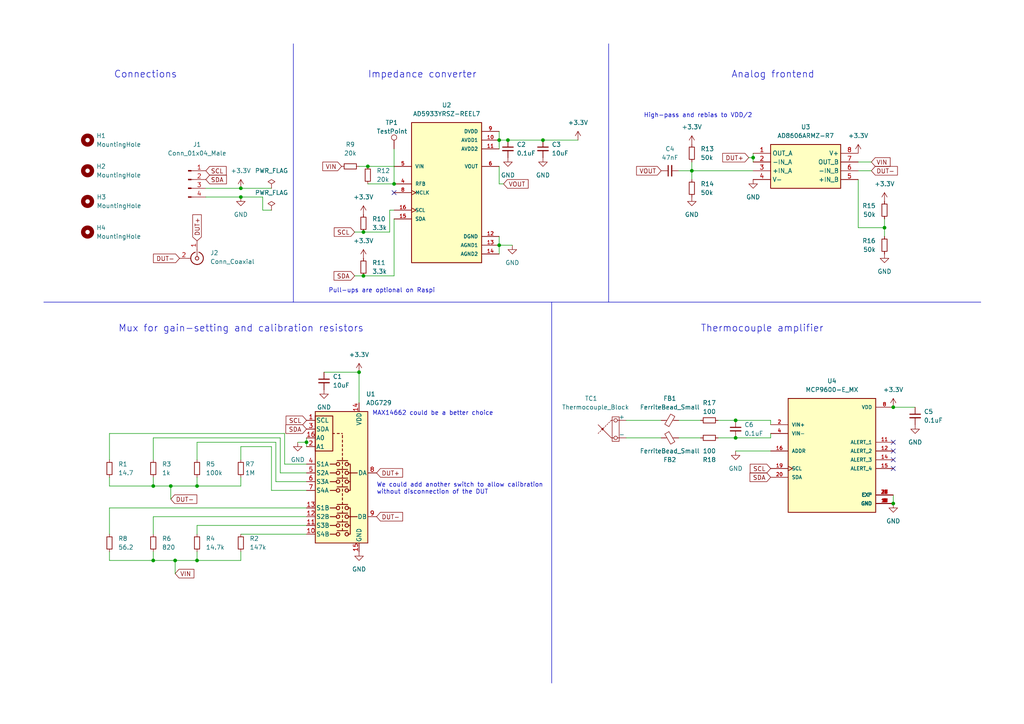
<source format=kicad_sch>
(kicad_sch (version 20250114) (generator "eeschema") (generator_version "9.0")
  (paper "A4")
  (title_block (rev "1.0"))
  (lib_symbols
    (symbol "Analog_Switch:ADG729" (pin_names (offset 0.254))
      (property "Reference" "U" (at -7.62 20.955 0))
      (property "Value" "ADG729" (at -7.62 19.05 0))
      (symbol "ADG729_0_1"
        (rectangle (start -7.62 17.78) (end 7.62 -20.32) (stroke (width 0.254)) (fill (type background)))
        (rectangle (start -7.62 6.35) (end -2.54 16.51) (stroke (width 0.254)))
        (polyline (pts (xy -2.032 11.43) (xy -2.54 11.43)) (stroke (width 0.254)))
        (polyline (pts (xy -1.524 2.54) (xy -3.302 2.54)) (stroke (width 0.254)))
        (polyline (pts (xy -1.524 0) (xy -3.302 0)) (stroke (width 0.254)))
        (polyline (pts (xy -1.524 -2.54) (xy -3.302 -2.54)) (stroke (width 0.254)))
        (polyline (pts (xy -1.524 -5.08) (xy -3.302 -5.08)) (stroke (width 0.254)))
        (polyline (pts (xy -1.524 -10.16) (xy -3.302 -10.16)) (stroke (width 0.254)))
        (polyline (pts (xy -1.524 -12.7) (xy -3.302 -12.7)) (stroke (width 0.254)))
        (polyline (pts (xy -1.524 -15.24) (xy -3.302 -15.24)) (stroke (width 0.254)))
        (polyline (pts (xy -1.524 -17.78) (xy -3.302 -17.78)) (stroke (width 0.254)))
        (polyline (pts (xy -1.27 11.43) (xy -0.635 11.43)) (stroke (width 0.254)))
        (polyline (pts (xy -1.27 3.556) (xy 1.778 3.556)) (stroke (width 0.254)))
        (polyline (pts (xy -1.27 1.016) (xy 1.778 1.016)) (stroke (width 0.254)))
        (polyline (pts (xy -1.27 -1.524) (xy 1.778 -1.524)) (stroke (width 0.254)))
        (polyline (pts (xy -1.27 -4.064) (xy 1.778 -4.064)) (stroke (width 0.254)))
        (polyline (pts (xy -1.27 -9.144) (xy 1.778 -9.144)) (stroke (width 0.254)))
        (polyline (pts (xy -1.27 -11.684) (xy 1.778 -11.684)) (stroke (width 0.254)))
        (polyline (pts (xy -1.27 -14.224) (xy 1.778 -14.224)) (stroke (width 0.254)))
        (polyline (pts (xy -1.27 -16.764) (xy 1.778 -16.764)) (stroke (width 0.254)))
        (circle (center -1.016 2.54) (radius 0.508) (stroke (width 0.254)))
        (circle (center -1.016 0) (radius 0.508) (stroke (width 0.254)))
        (circle (center -1.016 -2.54) (radius 0.508) (stroke (width 0.254)))
        (circle (center -1.016 -5.08) (radius 0.508) (stroke (width 0.254)))
        (circle (center -1.016 -10.16) (radius 0.508) (stroke (width 0.254)))
        (circle (center -1.016 -12.7) (radius 0.508) (stroke (width 0.254)))
        (circle (center -1.016 -15.24) (radius 0.508) (stroke (width 0.254)))
        (circle (center -1.016 -17.78) (radius 0.508) (stroke (width 0.254)))
        (polyline (pts (xy 0.254 11.43) (xy 0 11.43)) (stroke (width 0.254)))
        (polyline (pts (xy 0.254 10.16) (xy 0.254 10.922)) (stroke (width 0.254)))
        (polyline (pts (xy 0.254 8.89) (xy 0.254 9.525)) (stroke (width 0.254)))
        (polyline (pts (xy 0.254 7.62) (xy 0.254 8.255)) (stroke (width 0.254)))
        (polyline (pts (xy 0.254 6.35) (xy 0.254 6.985)) (stroke (width 0.254)))
        (polyline (pts (xy 0.254 5.08) (xy 0.254 5.715)) (stroke (width 0.254)))
        (polyline (pts (xy 0.254 3.81) (xy 0.254 4.445)) (stroke (width 0.254)))
        (polyline (pts (xy 0.254 2.54) (xy 0.254 3.175)) (stroke (width 0.254)))
        (polyline (pts (xy 0.254 1.27) (xy 0.254 1.905)) (stroke (width 0.254)))
        (polyline (pts (xy 0.254 0) (xy 0.254 0.635)) (stroke (width 0.254)))
        (polyline (pts (xy 0.254 -1.27) (xy 0.254 -0.635)) (stroke (width 0.254)))
        (polyline (pts (xy 0.254 -2.54) (xy 0.254 -1.905)) (stroke (width 0.254)))
        (polyline (pts (xy 0.254 -3.81) (xy 0.254 -3.175)) (stroke (width 0.254)))
        (polyline (pts (xy 0.254 -5.334) (xy 0.254 -4.699)) (stroke (width 0.254)))
        (polyline (pts (xy 0.254 -6.604) (xy 0.254 -5.969)) (stroke (width 0.254)))
        (polyline (pts (xy 0.254 -7.874) (xy 0.254 -7.239)) (stroke (width 0.254)))
        (polyline (pts (xy 0.254 -9.144) (xy 0.254 -8.509)) (stroke (width 0.254)))
        (polyline (pts (xy 0.254 -10.414) (xy 0.254 -9.779)) (stroke (width 0.254)))
        (polyline (pts (xy 0.254 -11.684) (xy 0.254 -11.049)) (stroke (width 0.254)))
        (polyline (pts (xy 0.254 -12.954) (xy 0.254 -12.319)) (stroke (width 0.254)))
        (polyline (pts (xy 0.254 -14.224) (xy 0.254 -13.589)) (stroke (width 0.254)))
        (polyline (pts (xy 0.254 -15.494) (xy 0.254 -14.859)) (stroke (width 0.254)))
        (polyline (pts (xy 0.254 -16.764) (xy 0.254 -16.129)) (stroke (width 0.254)))
        (circle (center 1.524 2.54) (radius 0.508) (stroke (width 0.254)))
        (circle (center 1.524 0) (radius 0.508) (stroke (width 0.254)))
        (circle (center 1.524 -2.54) (radius 0.508) (stroke (width 0.254)))
        (circle (center 1.524 -5.08) (radius 0.508) (stroke (width 0.254)))
        (circle (center 1.524 -10.16) (radius 0.508) (stroke (width 0.254)))
        (circle (center 1.524 -12.7) (radius 0.508) (stroke (width 0.254)))
        (circle (center 1.524 -15.24) (radius 0.508) (stroke (width 0.254)))
        (circle (center 1.524 -17.78) (radius 0.508) (stroke (width 0.254)))
        (polyline (pts (xy 1.905 -5.08) (xy 2.54 -5.08) (xy 2.54 2.54) (xy 1.905 2.54)) (stroke (width 0.254)))
        (polyline (pts (xy 1.905 -10.16) (xy 2.54 -10.16) (xy 2.54 -17.78) (xy 1.905 -17.78)) (stroke (width 0.254)))
        (polyline (pts (xy 2.032 0) (xy 2.54 0)) (stroke (width 0.254)))
        (polyline (pts (xy 2.032 -2.54) (xy 2.54 -2.54)) (stroke (width 0.254)))
        (polyline (pts (xy 2.032 -12.7) (xy 2.54 -12.7)) (stroke (width 0.254)))
        (polyline (pts (xy 2.032 -15.24) (xy 2.54 -15.24)) (stroke (width 0.254)))
        (polyline (pts (xy 2.54 0) (xy 4.572 0)) (stroke (width 0.254)))
        (polyline (pts (xy 4.572 -12.7) (xy 2.54 -12.7)) (stroke (width 0.254)))
      )
      (symbol "ADG729_1_1"
        (pin input line (at -10.16 15.24 0) (length 2.54) (name "SCL") (number "1"))
        (pin bidirectional line (at -10.16 12.7 0) (length 2.54) (name "SDA") (number "3"))
        (pin input line (at -10.16 10.16 0) (length 2.54) (name "A0") (number "16"))
        (pin input line (at -10.16 7.62 0) (length 2.54) (name "A1") (number "2"))
        (pin bidirectional line (at -10.16 2.54 0) (length 2.54) (name "S1A") (number "4"))
        (pin bidirectional line (at -10.16 0 0) (length 2.54) (name "S2A") (number "5"))
        (pin bidirectional line (at -10.16 -2.54 0) (length 2.54) (name "S3A") (number "6"))
        (pin bidirectional line (at -10.16 -5.08 0) (length 2.54) (name "S4A") (number "7"))
        (pin bidirectional line (at -10.16 -10.16 0) (length 2.54) (name "S1B") (number "13"))
        (pin bidirectional line (at -10.16 -12.7 0) (length 2.54) (name "S2B") (number "12"))
        (pin bidirectional line (at -10.16 -15.24 0) (length 2.54) (name "S3B") (number "11"))
        (pin bidirectional line (at -10.16 -17.78 0) (length 2.54) (name "S4B") (number "10"))
        (pin power_in line (at 5.08 20.32 270) (length 2.54) (name "VDD") (number "14"))
        (pin power_in line (at 5.08 -22.86 90) (length 2.54) (name "GND") (number "15"))
        (pin bidirectional line (at 10.16 0 180) (length 2.54) (name "DA") (number "8"))
        (pin bidirectional line (at 10.16 -12.7 180) (length 2.54) (name "DB") (number "9"))
      )
    )
    (symbol "Connector:Conn_01x04_Pin" (pin_names (offset 1.016) (hide yes))
      (property "Reference" "J" (at 0 5.08 0))
      (property "Value" "Conn_01x04_Pin" (at 0 -7.62 0))
      (symbol "Conn_01x04_Pin_1_1"
        (rectangle (start 0.8636 2.667) (end 0 2.413) (stroke (width 0.1524)) (fill (type outline)))
        (rectangle (start 0.8636 0.127) (end 0 -0.127) (stroke (width 0.1524)) (fill (type outline)))
        (rectangle (start 0.8636 -2.413) (end 0 -2.667) (stroke (width 0.1524)) (fill (type outline)))
        (rectangle (start 0.8636 -4.953) (end 0 -5.207) (stroke (width 0.1524)) (fill (type outline)))
        (polyline (pts (xy 1.27 2.54) (xy 0.8636 2.54)) (stroke (width 0.1524)))
        (polyline (pts (xy 1.27 0) (xy 0.8636 0)) (stroke (width 0.1524)))
        (polyline (pts (xy 1.27 -2.54) (xy 0.8636 -2.54)) (stroke (width 0.1524)))
        (polyline (pts (xy 1.27 -5.08) (xy 0.8636 -5.08)) (stroke (width 0.1524)))
        (pin passive line (at 5.08 2.54 180) (length 3.81) (name "Pin_1") (number "1"))
        (pin passive line (at 5.08 0 180) (length 3.81) (name "Pin_2") (number "2"))
        (pin passive line (at 5.08 -2.54 180) (length 3.81) (name "Pin_3") (number "3"))
        (pin passive line (at 5.08 -5.08 180) (length 3.81) (name "Pin_4") (number "4"))
      )
    )
    (symbol "Connector:Conn_Coaxial" (pin_names (offset 1.016) (hide yes))
      (property "Reference" "J" (at 0.254 3.048 0))
      (property "Value" "Conn_Coaxial" (at 2.921 0 90))
      (symbol "Conn_Coaxial_0_1"
        (polyline (pts (xy -2.54 0) (xy -0.508 0)))
        (arc (start 1.778 0) (mid 0.222 -1.8079) (end -1.778 -0.508) (stroke (width 0.254)))
        (arc (start -1.778 0.508) (mid 0.2221 1.8084) (end 1.778 0) (stroke (width 0.254)))
        (circle (center 0 0) (radius 0.508) (stroke (width 0.2032)))
        (polyline (pts (xy 0 -2.54) (xy 0 -1.778)))
      )
      (symbol "Conn_Coaxial_1_1"
        (pin passive line (at -5.08 0 0) (length 2.54) (name "In") (number "1"))
        (pin passive line (at 0 -5.08 90) (length 2.54) (name "Ext") (number "2"))
      )
    )
    (symbol "Connector:TestPoint" (pin_numbers (hide yes)) (pin_names (offset 0.762) (hide yes))
      (property "Reference" "TP" (at 0 6.858 0))
      (property "Value" "TestPoint" (at 0 5.08 0))
      (symbol "TestPoint_0_1"
        (circle (center 0 3.302) (radius 0.762))
      )
      (symbol "TestPoint_1_1"
        (pin passive line (at 0 0 90) (length 2.54) (name "1") (number "1"))
      )
    )
    (symbol "Device:C_Small" (pin_numbers (hide yes)) (pin_names (offset 0.254) (hide yes))
      (property "Reference" "C" (at 0.254 1.778 0))
      (property "Value" "C_Small" (at 0.254 -2.032 0))
      (symbol "C_Small_0_1"
        (polyline (pts (xy -1.524 0.508) (xy 1.524 0.508)) (stroke (width 0.3048)))
        (polyline (pts (xy -1.524 -0.508) (xy 1.524 -0.508)) (stroke (width 0.3302)))
      )
      (symbol "C_Small_1_1"
        (pin passive line (at 0 2.54 270) (length 2.032) (name "~") (number "1"))
        (pin passive line (at 0 -2.54 90) (length 2.032) (name "~") (number "2"))
      )
    )
    (symbol "Device:FerriteBead_Small" (pin_numbers (hide yes)) (pin_names (offset 0))
      (property "Reference" "FB" (at 1.905 1.27 0))
      (property "Value" "FerriteBead_Small" (at 1.905 -1.27 0))
      (symbol "FerriteBead_Small_0_1"
        (polyline (pts (xy -1.8288 0.2794) (xy -1.1176 1.4986) (xy 1.8288 -0.2032) (xy 1.1176 -1.4224) (xy -1.8288 0.2794)))
        (polyline (pts (xy 0 0.889) (xy 0 1.2954)))
        (polyline (pts (xy 0 -1.27) (xy 0 -0.7874)))
      )
      (symbol "FerriteBead_Small_1_1"
        (pin passive line (at 0 2.54 270) (length 1.27) (name "~") (number "1"))
        (pin passive line (at 0 -2.54 90) (length 1.27) (name "~") (number "2"))
      )
    )
    (symbol "Device:R_Small" (pin_numbers (hide yes)) (pin_names (offset 0.254) (hide yes))
      (property "Reference" "R" (at 0.762 0.508 0))
      (property "Value" "R_Small" (at 0.762 -1.016 0))
      (symbol "R_Small_0_1"
        (rectangle (start -0.762 1.778) (end 0.762 -1.778) (stroke (width 0.2032)))
      )
      (symbol "R_Small_1_1"
        (pin passive line (at 0 2.54 270) (length 0.762) (name "~") (number "1"))
        (pin passive line (at 0 -2.54 90) (length 0.762) (name "~") (number "2"))
      )
    )
    (symbol "Device:Thermocouple_Block" (pin_numbers (hide yes)) (pin_names (offset 0))
      (property "Reference" "TC" (at -3.048 3.81 0))
      (property "Value" "Thermocouple_Block" (at -5.08 -4.064 0))
      (symbol "Thermocouple_Block_0_1"
        (polyline (pts (xy -2.794 -1.016) (xy -3.048 -1.27)))
        (polyline (pts (xy -2.286 -0.508) (xy -2.54 -0.762)))
        (circle (center -1.778 0) (radius 0.254) (fill (type outline)))
        (polyline (pts (xy -1.778 0) (xy -2.032 -0.254)))
        (polyline (pts (xy -1.27 0.508) (xy -1.524 0.254)))
        (polyline (pts (xy -0.762 1.016) (xy -1.016 0.762)))
        (polyline (pts (xy -0.254 1.524) (xy -0.508 1.27)))
        (polyline (pts (xy 0.254 2.032) (xy 0 1.778)))
        (polyline (pts (xy 0.762 2.54) (xy 0.508 2.286)))
        (rectangle (start 1.016 3.556) (end 3.048 -3.556))
        (polyline (pts (xy 1.27 2.54) (xy 0.762 2.54)))
        (polyline (pts (xy 1.27 -2.54) (xy 1.016 -2.54)))
        (polyline (pts (xy 1.524 -2.54) (xy 0.762 -2.54) (xy -3.048 1.27)))
        (circle (center 2.032 2.54) (radius 0.508))
        (circle (center 2.032 -2.54) (radius 0.508))
      )
      (symbol "Thermocouple_Block_1_1"
        (pin passive line (at 5.08 2.54 180) (length 2.54) (name "+") (number "1"))
        (pin passive line (at 5.08 -2.54 180) (length 2.54) (name "-") (number "2"))
      )
    )
    (symbol "Mechanical:MountingHole" (pin_names (offset 1.016))
      (property "Reference" "H" (at 0 5.08 0))
      (property "Value" "MountingHole" (at 0 3.175 0))
      (symbol "MountingHole_0_1"
        (circle (center 0 0) (radius 1.27) (stroke (width 1.27)))
      )
    )
    (symbol "_User:AD5933YRSZ-REEL7" (pin_names (offset 1.016))
      (property "Reference" "U" (at -10.1704 20.8493 0))
      (property "Value" "AD5933YRSZ-REEL7" (at -10.1686 -22.8794 0))
      (symbol "AD5933YRSZ-REEL7_0_0"
        (rectangle (start -10.16 -20.32) (end 10.16 20.32) (stroke (width 0.254)) (fill (type background)))
        (pin input line (at -15.24 7.62 0) (length 5.08) (name "VIN") (number "5"))
        (pin input line (at -15.24 2.54 0) (length 5.08) (name "RFB") (number "4"))
        (pin input clock (at -15.24 0 0) (length 5.08) (name "MCLK") (number "8"))
        (pin input clock (at -15.24 -5.08 0) (length 5.08) (name "SCL") (number "16"))
        (pin bidirectional line (at -15.24 -7.62 0) (length 5.08) (name "SDA") (number "15"))
        (pin power_in line (at 15.24 17.78 180) (length 5.08) (name "DVDD") (number "9"))
        (pin power_in line (at 15.24 15.24 180) (length 5.08) (name "AVDD1") (number "10"))
        (pin power_in line (at 15.24 12.7 180) (length 5.08) (name "AVDD2") (number "11"))
        (pin output line (at 15.24 7.62 180) (length 5.08) (name "VOUT") (number "6"))
        (pin power_in line (at 15.24 -12.7 180) (length 5.08) (name "DGND") (number "12"))
        (pin power_in line (at 15.24 -15.24 180) (length 5.08) (name "AGND1") (number "13"))
        (pin power_in line (at 15.24 -17.78 180) (length 5.08) (name "AGND2") (number "14"))
      )
    )
    (symbol "_User:AD8606ARMZ-R7"
      (property "Reference" "U" (at 0 0 0))
      (property "Value" "AD8606ARMZ-R7" (at 0 0 0))
      (symbol "AD8606ARMZ-R7_1_1"
        (rectangle (start 5.08 2.54) (end 25.4 -10.16) (stroke (width 0.254)) (fill (type background)))
        (pin passive line (at 0 0 0) (length 5.08) (name "OUT_A") (number "1"))
        (pin passive line (at 0 -2.54 0) (length 5.08) (name "-IN_A") (number "2"))
        (pin passive line (at 0 -5.08 0) (length 5.08) (name "+IN_A") (number "3"))
        (pin passive line (at 0 -7.62 0) (length 5.08) (name "V-") (number "4"))
        (pin passive line (at 30.48 0 180) (length 5.08) (name "V+") (number "8"))
        (pin passive line (at 30.48 -2.54 180) (length 5.08) (name "OUT_B") (number "7"))
        (pin passive line (at 30.48 -5.08 180) (length 5.08) (name "-IN_B") (number "6"))
        (pin passive line (at 30.48 -7.62 180) (length 5.08) (name "+IN_B") (number "5"))
      )
    )
    (symbol "_User:MCP9600-E_MX" (pin_names (offset 1.016))
      (property "Reference" "U" (at -12.7 19.05 0))
      (property "Value" "MCP9600-E_MX" (at -12.7 -16.51 0))
      (symbol "MCP9600-E_MX_0_0"
        (rectangle (start -12.7 -15.24) (end 12.7 17.78) (stroke (width 0.254)) (fill (type background)))
        (pin input line (at -17.78 10.16 0) (length 5.08) (name "VIN+") (number "2"))
        (pin input line (at -17.78 7.62 0) (length 5.08) (name "VIN-") (number "4"))
        (pin input line (at -17.78 2.54 0) (length 5.08) (name "ADDR") (number "16"))
        (pin input clock (at -17.78 -2.54 0) (length 5.08) (name "SCL") (number "19"))
        (pin bidirectional line (at -17.78 -5.08 0) (length 5.08) (name "SDA") (number "20"))
        (pin power_in line (at 17.78 15.24 180) (length 5.08) (name "VDD") (number "8"))
        (pin output line (at 17.78 5.08 180) (length 5.08) (name "ALERT_1") (number "11"))
        (pin output line (at 17.78 2.54 180) (length 5.08) (name "ALERT_2") (number "12"))
        (pin output line (at 17.78 0 180) (length 5.08) (name "ALERT_3") (number "14"))
        (pin output line (at 17.78 -2.54 180) (length 5.08) (name "ALERT_4") (number "15"))
        (pin power_in line (at 17.78 -10.16 180) (length 5.08) (name "EXP") (number "21"))
        (pin power_in line (at 17.78 -10.16 180) (length 5.08) (name "EXP") (number "22"))
        (pin power_in line (at 17.78 -10.16 180) (length 5.08) (name "EXP") (number "23"))
        (pin power_in line (at 17.78 -10.16 180) (length 5.08) (name "EXP") (number "24"))
        (pin power_in line (at 17.78 -10.16 180) (length 5.08) (name "EXP") (number "25"))
        (pin power_in line (at 17.78 -10.16 180) (length 5.08) (name "EXP") (number "26"))
        (pin power_in line (at 17.78 -10.16 180) (length 5.08) (name "EXP") (number "27"))
        (pin power_in line (at 17.78 -10.16 180) (length 5.08) (name "EXP") (number "28"))
        (pin power_in line (at 17.78 -10.16 180) (length 5.08) (name "EXP") (number "29"))
        (pin power_in line (at 17.78 -10.16 180) (length 5.08) (name "EXP") (number "30"))
        (pin power_in line (at 17.78 -12.7 180) (length 5.08) (name "GND") (number "1"))
        (pin power_in line (at 17.78 -12.7 180) (length 5.08) (name "GND") (number "10"))
        (pin power_in line (at 17.78 -12.7 180) (length 5.08) (name "GND") (number "13"))
        (pin power_in line (at 17.78 -12.7 180) (length 5.08) (name "GND") (number "17"))
        (pin power_in line (at 17.78 -12.7 180) (length 5.08) (name "GND") (number "18"))
        (pin power_in line (at 17.78 -12.7 180) (length 5.08) (name "GND") (number "3"))
        (pin power_in line (at 17.78 -12.7 180) (length 5.08) (name "GND") (number "5"))
        (pin power_in line (at 17.78 -12.7 180) (length 5.08) (name "GND") (number "6"))
        (pin power_in line (at 17.78 -12.7 180) (length 5.08) (name "GND") (number "7"))
        (pin power_in line (at 17.78 -12.7 180) (length 5.08) (name "GND") (number "9"))
      )
    )
    (symbol "power:+3.3V" (power) (pin_names (offset 0))
      (property "Value" "+3.3V" (at 0 3.556 0))
      (symbol "+3.3V_0_1"
        (polyline (pts (xy -0.762 1.27) (xy 0 2.54)))
        (polyline (pts (xy 0 2.54) (xy 0.762 1.27)))
        (polyline (pts (xy 0 0) (xy 0 2.54)))
      )
      (symbol "+3.3V_1_1"
        (pin power_in line (at 0 0 90) (length 0) (hide yes) (name "+3.3V") (number "1"))
      )
    )
    (symbol "power:GND" (power) (pin_names (offset 0))
      (property "Value" "GND" (at 0 -3.81 0))
      (symbol "GND_0_1"
        (polyline (pts (xy 0 0) (xy 0 -1.27) (xy 1.27 -1.27) (xy 0 -2.54) (xy -1.27 -1.27) (xy 0 -1.27)))
      )
      (symbol "GND_1_1"
        (pin power_in line (at 0 0 270) (length 0) (hide yes) (name "GND") (number "1"))
      )
    )
    (symbol "power:PWR_FLAG" (power) (pin_numbers (hide yes)) (pin_names (offset 0) (hide yes))
      (property "Value" "PWR_FLAG" (at 0 3.81 0))
      (symbol "PWR_FLAG_0_0"
        (pin power_out line (at 0 0 90) (length 0) (name "pwr") (number "1"))
      )
      (symbol "PWR_FLAG_0_1"
        (polyline (pts (xy 0 0) (xy 0 1.27) (xy -1.016 1.905) (xy 0 2.54) (xy 1.016 1.905) (xy 0 1.27)))
      )
    )
  )
  (text "Mux for gain-setting and calibration resistors" (at 34.29 96.52 0) (effects (font (size 2 2)) (justify left bottom)))
  (text "MAX14662 could be a better choice" (at 107.95 120.65 0) (effects (font (size 1.27 1.27)) (justify left bottom)))
  (text "Pull-ups are optional on Raspi" (at 95.25 85.09 0) (effects (font (size 1.27 1.27)) (justify left bottom)))
  (text "Thermocouple amplifier" (at 203.2 96.52 0) (effects (font (size 2 2)) (justify left bottom)))
  (text "High-pass and rebias to VDD/2" (at 186.69 34.29 0) (effects (font (size 1.27 1.27)) (justify left bottom)))
  (text "We could add another switch to allow calibration\nwithout disconnection of the DUT\n" (at 109.22 143.51 0) (effects (font (size 1.27 1.27)) (justify left bottom)))
  (text "Analog frontend" (at 212.09 22.86 0) (effects (font (size 2 2)) (justify left bottom)))
  (text "Impedance converter" (at 106.68 22.86 0) (effects (font (size 2 2)) (justify left bottom)))
  (text "Connections" (at 33.02 22.86 0) (effects (font (size 2 2)) (justify left bottom)))
  (junction (at 218.44 45.72))
  (junction (at 106.68 48.26))
  (junction (at 200.66 49.53))
  (junction (at 50.8 162.56))
  (junction (at 104.14 107.95))
  (junction (at 105.41 67.31))
  (junction (at 44.45 140.97))
  (junction (at 114.3 53.34))
  (junction (at 88.9 128.27))
  (junction (at 57.15 140.97))
  (junction (at 213.36 121.92))
  (junction (at 157.48 40.64))
  (junction (at 147.32 40.64))
  (junction (at 213.36 127))
  (junction (at 69.85 54.61))
  (junction (at 256.54 66.04))
  (junction (at 57.15 162.56))
  (junction (at 259.08 118.11))
  (junction (at 144.78 40.64))
  (junction (at 49.53 140.97))
  (junction (at 144.78 71.12))
  (junction (at 69.85 57.15))
  (junction (at 259.08 146.05))
  (junction (at 44.45 162.56))
  (junction (at 105.41 80.01))
  (no_connect (at 114.3 55.88))
  (no_connect (at 259.08 128.27))
  (no_connect (at 259.08 135.89))
  (no_connect (at 259.08 130.81))
  (no_connect (at 259.08 133.35))
  (wire (pts (xy 76.2 57.15) (xy 76.2 60.96)))
  (wire (pts (xy 57.15 128.27) (xy 57.15 133.35)))
  (wire (pts (xy 114.3 63.5) (xy 114.3 80.01)))
  (wire (pts (xy 114.3 80.01) (xy 105.41 80.01)))
  (wire (pts (xy 259.08 143.51) (xy 259.08 146.05)))
  (wire (pts (xy 114.3 60.96) (xy 113.03 60.96)))
  (wire (pts (xy 106.68 48.26) (xy 114.3 48.26)))
  (wire (pts (xy 76.2 60.96) (xy 78.74 60.96)))
  (wire (pts (xy 113.03 60.96) (xy 113.03 67.31)))
  (wire (pts (xy 69.85 57.15) (xy 76.2 57.15)))
  (wire (pts (xy 104.14 48.26) (xy 106.68 48.26)))
  (wire (pts (xy 217.17 45.72) (xy 218.44 45.72)))
  (wire (pts (xy 57.15 152.4) (xy 57.15 154.94)))
  (wire (pts (xy 196.85 49.53) (xy 200.66 49.53)))
  (wire (pts (xy 44.45 162.56) (xy 50.8 162.56)))
  (wire (pts (xy 80.01 139.7) (xy 80.01 128.27)))
  (wire (pts (xy 196.85 121.92) (xy 203.2 121.92)))
  (wire (pts (xy 82.55 134.62) (xy 82.55 125.73)))
  (wire (pts (xy 31.75 147.32) (xy 31.75 154.94)))
  (wire (pts (xy 49.53 140.97) (xy 49.53 144.78)))
  (wire (pts (xy 196.85 127) (xy 203.2 127)))
  (wire (pts (xy 256.54 66.04) (xy 256.54 68.58)))
  (wire (pts (xy 248.92 46.99) (xy 252.73 46.99)))
  (wire (pts (xy 144.78 71.12) (xy 148.59 71.12)))
  (wire (pts (xy 102.87 67.31) (xy 105.41 67.31)))
  (wire (pts (xy 113.03 67.31) (xy 105.41 67.31)))
  (wire (pts (xy 256.54 66.04) (xy 248.92 66.04)))
  (wire (pts (xy 57.15 162.56) (xy 69.85 162.56)))
  (wire (pts (xy 213.36 127) (xy 223.52 127)))
  (wire (pts (xy 44.45 138.43) (xy 44.45 140.97)))
  (wire (pts (xy 31.75 160.02) (xy 31.75 162.56)))
  (wire (pts (xy 49.53 140.97) (xy 57.15 140.97)))
  (wire (pts (xy 78.74 142.24) (xy 88.9 142.24)))
  (wire (pts (xy 44.45 160.02) (xy 44.45 162.56)))
  (polyline (pts (xy 12.7 87.63) (xy 284.48 87.63)))
  (wire (pts (xy 88.9 152.4) (xy 57.15 152.4)))
  (wire (pts (xy 144.78 38.1) (xy 144.78 40.64)))
  (wire (pts (xy 50.8 162.56) (xy 50.8 166.37)))
  (wire (pts (xy 218.44 45.72) (xy 218.44 46.99)))
  (wire (pts (xy 208.28 127) (xy 213.36 127)))
  (wire (pts (xy 144.78 71.12) (xy 144.78 73.66)))
  (wire (pts (xy 44.45 133.35) (xy 44.45 127)))
  (wire (pts (xy 181.61 121.92) (xy 191.77 121.92)))
  (wire (pts (xy 59.69 57.15) (xy 69.85 57.15)))
  (wire (pts (xy 31.75 125.73) (xy 31.75 133.35)))
  (wire (pts (xy 144.78 68.58) (xy 144.78 71.12)))
  (wire (pts (xy 78.74 129.54) (xy 78.74 142.24)))
  (wire (pts (xy 69.85 154.94) (xy 88.9 154.94)))
  (wire (pts (xy 31.75 162.56) (xy 44.45 162.56)))
  (wire (pts (xy 88.9 139.7) (xy 80.01 139.7)))
  (wire (pts (xy 265.43 118.11) (xy 259.08 118.11)))
  (wire (pts (xy 88.9 147.32) (xy 31.75 147.32)))
  (wire (pts (xy 213.36 121.92) (xy 208.28 121.92)))
  (wire (pts (xy 256.54 63.5) (xy 256.54 66.04)))
  (wire (pts (xy 31.75 138.43) (xy 31.75 140.97)))
  (wire (pts (xy 31.75 140.97) (xy 44.45 140.97)))
  (wire (pts (xy 106.68 53.34) (xy 114.3 53.34)))
  (wire (pts (xy 88.9 128.27) (xy 88.9 129.54)))
  (wire (pts (xy 104.14 107.95) (xy 104.14 116.84)))
  (wire (pts (xy 69.85 162.56) (xy 69.85 160.02)))
  (wire (pts (xy 102.87 80.01) (xy 105.41 80.01)))
  (wire (pts (xy 248.92 52.07) (xy 248.92 66.04)))
  (wire (pts (xy 81.28 137.16) (xy 88.9 137.16)))
  (wire (pts (xy 86.36 128.27) (xy 88.9 128.27)))
  (wire (pts (xy 200.66 49.53) (xy 218.44 49.53)))
  (wire (pts (xy 144.78 40.64) (xy 144.78 43.18)))
  (wire (pts (xy 81.28 127) (xy 81.28 137.16)))
  (wire (pts (xy 144.78 53.34) (xy 146.05 53.34)))
  (wire (pts (xy 69.85 138.43) (xy 69.85 140.97)))
  (polyline (pts (xy 85.09 12.7) (xy 85.09 87.63)))
  (wire (pts (xy 88.9 127) (xy 88.9 128.27)))
  (wire (pts (xy 200.66 49.53) (xy 200.66 52.07)))
  (wire (pts (xy 223.52 121.92) (xy 223.52 123.19)))
  (wire (pts (xy 88.9 134.62) (xy 82.55 134.62)))
  (wire (pts (xy 44.45 154.94) (xy 44.45 149.86)))
  (wire (pts (xy 50.8 162.56) (xy 57.15 162.56)))
  (wire (pts (xy 69.85 133.35) (xy 69.85 129.54)))
  (wire (pts (xy 57.15 138.43) (xy 57.15 140.97)))
  (polyline (pts (xy 160.02 87.63) (xy 160.02 198.12)))
  (wire (pts (xy 181.61 127) (xy 191.77 127)))
  (wire (pts (xy 144.78 40.64) (xy 147.32 40.64)))
  (polyline (pts (xy 176.53 12.7) (xy 176.53 87.63)))
  (wire (pts (xy 157.48 40.64) (xy 167.64 40.64)))
  (wire (pts (xy 248.92 49.53) (xy 252.73 49.53)))
  (wire (pts (xy 218.44 44.45) (xy 218.44 45.72)))
  (wire (pts (xy 80.01 128.27) (xy 57.15 128.27)))
  (wire (pts (xy 69.85 54.61) (xy 78.74 54.61)))
  (wire (pts (xy 31.75 125.73) (xy 82.55 125.73)))
  (wire (pts (xy 59.69 54.61) (xy 69.85 54.61)))
  (wire (pts (xy 44.45 149.86) (xy 88.9 149.86)))
  (wire (pts (xy 147.32 40.64) (xy 157.48 40.64)))
  (wire (pts (xy 200.66 49.53) (xy 200.66 46.99)))
  (wire (pts (xy 213.36 121.92) (xy 223.52 121.92)))
  (wire (pts (xy 213.36 130.81) (xy 223.52 130.81)))
  (wire (pts (xy 93.98 107.95) (xy 104.14 107.95)))
  (wire (pts (xy 44.45 127) (xy 81.28 127)))
  (wire (pts (xy 57.15 140.97) (xy 69.85 140.97)))
  (wire (pts (xy 44.45 140.97) (xy 49.53 140.97)))
  (wire (pts (xy 57.15 160.02) (xy 57.15 162.56)))
  (wire (pts (xy 223.52 127) (xy 223.52 125.73)))
  (wire (pts (xy 69.85 129.54) (xy 78.74 129.54)))
  (wire (pts (xy 144.78 48.26) (xy 144.78 53.34)))
  (wire (pts (xy 114.3 43.18) (xy 114.3 53.34)))
  (global_label "SCL" (shape input) (at 59.69 49.53 0) (property "Intersheetrefs" "${INTERSHEET_REFS}" (effects (hide yes))))
  (global_label "DUT+" (shape input) (at 57.15 69.85 90) (property "Intersheetrefs" "${INTERSHEET_REFS}" (effects (hide yes))))
  (global_label "VOUT" (shape input) (at 191.77 49.53 180) (property "Intersheetrefs" "${INTERSHEET_REFS}" (effects (hide yes))))
  (global_label "DUT-" (shape input) (at 49.53 144.78 0) (property "Intersheetrefs" "${INTERSHEET_REFS}" (effects (hide yes))))
  (global_label "SCL" (shape input) (at 223.52 135.89 180) (property "Intersheetrefs" "${INTERSHEET_REFS}" (effects (hide yes))))
  (global_label "SDA" (shape input) (at 223.52 138.43 180) (property "Intersheetrefs" "${INTERSHEET_REFS}" (effects (hide yes))))
  (global_label "DUT-" (shape input) (at 109.22 149.86 0) (property "Intersheetrefs" "${INTERSHEET_REFS}" (effects (hide yes))))
  (global_label "VIN" (shape input) (at 50.8 166.37 0) (property "Intersheetrefs" "${INTERSHEET_REFS}" (effects (hide yes))))
  (global_label "DUT-" (shape input) (at 52.07 74.93 180) (property "Intersheetrefs" "${INTERSHEET_REFS}" (effects (hide yes))))
  (global_label "VIN" (shape input) (at 99.06 48.26 180) (property "Intersheetrefs" "${INTERSHEET_REFS}" (effects (hide yes))))
  (global_label "VOUT" (shape input) (at 146.05 53.34 0) (property "Intersheetrefs" "${INTERSHEET_REFS}" (effects (hide yes))))
  (global_label "DUT+" (shape input) (at 109.22 137.16 0) (property "Intersheetrefs" "${INTERSHEET_REFS}" (effects (hide yes))))
  (global_label "SDA" (shape input) (at 88.9 124.46 180) (property "Intersheetrefs" "${INTERSHEET_REFS}" (effects (hide yes))))
  (global_label "DUT-" (shape input) (at 252.73 49.53 0) (property "Intersheetrefs" "${INTERSHEET_REFS}" (effects (hide yes))))
  (global_label "VIN" (shape input) (at 252.73 46.99 0) (property "Intersheetrefs" "${INTERSHEET_REFS}" (effects (hide yes))))
  (global_label "SDA" (shape input) (at 59.69 52.07 0) (property "Intersheetrefs" "${INTERSHEET_REFS}" (effects (hide yes))))
  (global_label "SCL" (shape input) (at 102.87 67.31 180) (property "Intersheetrefs" "${INTERSHEET_REFS}" (effects (hide yes))))
  (global_label "SDA" (shape input) (at 102.87 80.01 180) (property "Intersheetrefs" "${INTERSHEET_REFS}" (effects (hide yes))))
  (global_label "SCL" (shape input) (at 88.9 121.92 180) (property "Intersheetrefs" "${INTERSHEET_REFS}" (effects (hide yes))))
  (global_label "DUT+" (shape input) (at 217.17 45.72 180) (property "Intersheetrefs" "${INTERSHEET_REFS}" (effects (hide yes))))
  (symbol (lib_id "power:+3.3V") (at 248.92 44.45 0) (unit 1)
    (property "Reference" "#PWR016" (effects (hide yes)))
    (property "Value" "+3.3V" (at 248.92 39.37 0))
  )
  (symbol (lib_id "Device:C_Small") (at 265.43 120.65 0) (mirror y) (unit 1)
    (property "Reference" "C5" (at 267.97 119.3863 0) (effects (justify right)))
    (property "Value" "0.1uF" (at 267.97 121.9263 0) (effects (justify right)))
    (property "Footprint" "Capacitor_SMD:C_0603_1608Metric" (effects (hide yes)))
  )
  (symbol (lib_id "Device:R_Small") (at 69.85 157.48 0) (unit 1)
    (property "Reference" "R2" (at 72.39 156.21 0) (effects (justify left)))
    (property "Value" "147k" (at 72.39 158.75 0) (effects (justify left)))
    (property "Footprint" "Resistor_SMD:R_0603_1608Metric" (effects (hide yes)))
  )
  (symbol (lib_id "power:GND") (at 148.59 71.12 0) (unit 1)
    (property "Reference" "#PWR010" (effects (hide yes)))
    (property "Value" "GND" (at 148.59 76.2 0))
  )
  (symbol (lib_id "Connector:TestPoint") (at 114.3 43.18 0) (unit 1) (in_bom no)
    (property "Reference" "TP1" (at 111.76 35.56 0) (effects (justify left)))
    (property "Value" "TestPoint" (at 109.22 38.1 0) (effects (justify left)))
    (property "Footprint" "TestPoint:TestPoint_Pad_D1.5mm" (effects (hide yes)))
  )
  (symbol (lib_id "Device:C_Small") (at 147.32 43.18 0) (unit 1)
    (property "Reference" "C2" (at 149.86 41.9162 0) (effects (justify left)))
    (property "Value" "0.1uF" (at 149.86 44.4562 0) (effects (justify left)))
    (property "Footprint" "Capacitor_SMD:C_0603_1608Metric" (effects (hide yes)))
  )
  (symbol (lib_id "Device:R_Small") (at 205.74 121.92 90) (mirror x) (unit 1)
    (property "Reference" "R17" (at 205.74 116.84 90))
    (property "Value" "100" (at 205.74 119.38 90))
    (property "Footprint" "Resistor_SMD:R_0603_1608Metric" (effects (hide yes)))
  )
  (symbol (lib_id "power:+3.3V") (at 105.41 62.23 0) (unit 1)
    (property "Reference" "#PWR07" (effects (hide yes)))
    (property "Value" "+3.3V" (at 105.41 57.15 0))
  )
  (symbol (lib_id "Device:FerriteBead_Small") (at 194.31 127 90) (mirror x) (unit 1)
    (property "Reference" "FB2" (at 194.2719 133.35 90))
    (property "Value" "FerriteBead_Small" (at 194.2719 130.81 90))
    (property "Footprint" "Inductor_SMD:L_0603_1608Metric" (effects (hide yes)))
    (property "MPN" "C1002" (effects (hide yes)))
  )
  (symbol (lib_id "Device:R_Small") (at 200.66 44.45 0) (unit 1)
    (property "Reference" "R13" (at 203.2 43.1799 0) (effects (justify left)))
    (property "Value" "50k" (at 203.2 45.7199 0) (effects (justify left)))
    (property "Footprint" "Resistor_SMD:R_0603_1608Metric" (effects (hide yes)))
  )
  (symbol (lib_id "Device:C_Small") (at 157.48 43.18 0) (unit 1)
    (property "Reference" "C3" (at 160.02 41.9162 0) (effects (justify left)))
    (property "Value" "10uF" (at 160.02 44.4562 0) (effects (justify left)))
    (property "Footprint" "Capacitor_SMD:C_0603_1608Metric" (effects (hide yes)))
  )
  (symbol (lib_id "Device:C_Small") (at 213.36 124.46 0) (mirror y) (unit 1)
    (property "Reference" "C6" (at 215.9 123.1963 0) (effects (justify right)))
    (property "Value" "0.1uF" (at 215.9 125.7363 0) (effects (justify right)))
    (property "Footprint" "Capacitor_SMD:C_0603_1608Metric" (effects (hide yes)))
  )
  (symbol (lib_id "Device:R_Small") (at 106.68 50.8 0) (mirror y) (unit 1)
    (property "Reference" "R12" (at 109.22 49.5299 0) (effects (justify right)))
    (property "Value" "20k" (at 109.22 52.0699 0) (effects (justify right)))
    (property "Footprint" "Resistor_SMD:R_0603_1608Metric" (effects (hide yes)))
  )
  (symbol (lib_id "power:PWR_FLAG") (at 78.74 54.61 0) (unit 1)
    (property "Reference" "#FLG01" (effects (hide yes)))
    (property "Value" "PWR_FLAG" (at 78.74 49.53 0))
  )
  (symbol (lib_id "Device:R_Small") (at 44.45 135.89 0) (unit 1)
    (property "Reference" "R3" (at 46.99 134.62 0) (effects (justify left)))
    (property "Value" "1k" (at 46.99 137.16 0) (effects (justify left)))
    (property "Footprint" "Resistor_SMD:R_0603_1608Metric" (effects (hide yes)))
  )
  (symbol (lib_id "Device:FerriteBead_Small") (at 194.31 121.92 90) (unit 1)
    (property "Reference" "FB1" (at 194.2719 115.57 90))
    (property "Value" "FerriteBead_Small" (at 194.2719 118.11 90))
    (property "Footprint" "Inductor_SMD:L_0603_1608Metric" (effects (hide yes)))
    (property "MPN" "C1002" (effects (hide yes)))
  )
  (symbol (lib_id "Device:R_Small") (at 105.41 77.47 0) (unit 1) (in_bom no) (on_board no)
    (property "Reference" "R11" (at 107.95 76.1999 0) (effects (justify left)))
    (property "Value" "3.3k" (at 107.95 78.7399 0) (effects (justify left)))
    (property "Footprint" "Resistor_SMD:R_0603_1608Metric" (effects (hide yes)))
  )
  (symbol (lib_id "power:GND") (at 213.36 130.81 0) (unit 1)
    (property "Reference" "#PWR020" (effects (hide yes)))
    (property "Value" "GND" (at 213.36 135.89 0))
  )
  (symbol (lib_id "Mechanical:MountingHole") (at 25.4 49.53 0) (unit 1) (in_bom no)
    (property "Reference" "H2" (at 27.94 48.2599 0) (effects (justify left)))
    (property "Value" "MountingHole" (at 27.94 50.7999 0) (effects (justify left)))
    (property "Footprint" "MountingHole:MountingHole_3.2mm_M3" (effects (hide yes)))
  )
  (symbol (lib_id "Device:Thermocouple_Block") (at 176.53 124.46 0) (unit 1)
    (property "Reference" "TC1" (at 171.45 115.57 0))
    (property "Value" "Thermocouple_Block" (at 172.72 118.11 0))
    (property "Footprint" "_Local:RS_PRO_381-7564" (effects (hide yes)))
  )
  (symbol (lib_id "Mechanical:MountingHole") (at 25.4 40.64 0) (unit 1) (in_bom no)
    (property "Reference" "H1" (at 27.94 39.3699 0) (effects (justify left)))
    (property "Value" "MountingHole" (at 27.94 41.9099 0) (effects (justify left)))
    (property "Footprint" "MountingHole:MountingHole_3.2mm_M3" (effects (hide yes)))
  )
  (symbol (lib_id "power:+3.3V") (at 256.54 58.42 0) (mirror y) (unit 1)
    (property "Reference" "#PWR017" (effects (hide yes)))
    (property "Value" "+3.3V" (at 256.54 53.34 0))
  )
  (symbol (lib_id "power:GND") (at 93.98 113.03 0) (unit 1)
    (property "Reference" "#PWR04" (effects (hide yes)))
    (property "Value" "GND" (at 93.98 118.11 0))
  )
  (symbol (lib_id "power:GND") (at 157.48 45.72 0) (unit 1)
    (property "Reference" "#PWR011" (effects (hide yes)))
    (property "Value" "GND" (at 157.48 50.8 0))
  )
  (symbol (lib_id "power:+3.3V") (at 105.41 74.93 0) (unit 1)
    (property "Reference" "#PWR08" (effects (hide yes)))
    (property "Value" "+3.3V" (at 105.41 69.85 0))
  )
  (symbol (lib_id "Device:R_Small") (at 205.74 127 90) (unit 1)
    (property "Reference" "R18" (at 205.74 133.35 90))
    (property "Value" "100" (at 205.74 130.81 90))
    (property "Footprint" "Resistor_SMD:R_0603_1608Metric" (effects (hide yes)))
  )
  (symbol (lib_id "_User:AD8606ARMZ-R7") (at 218.44 44.45 0) (unit 1)
    (property "Reference" "U3" (at 233.68 36.83 0))
    (property "Value" "AD8606ARMZ-R7" (at 233.68 39.37 0))
    (property "Footprint" "_User:SOP65P490X110-8N" (effects (hide yes)))
    (property "Datasheet" "https://www.analog.com/media/en/technical-documentation/data-sheets/AD8605_8606_8608.pdf" (effects (hide yes)))
    (property "Height" "1.1" (effects (hide yes)))
    (property "Manufacturer_Name" "Analog Devices" (effects (hide yes)))
    (property "Manufacturer_Part_Number" "AD8606ARMZ-R7" (effects (hide yes)))
    (property "Mouser Part Number" "584-AD8606ARMZ-R7" (effects (hide yes)))
    (property "Mouser Price/Stock" "https://www.mouser.co.uk/ProductDetail/Analog-Devices/AD8606ARMZ-R7?qs=%2FtpEQrCGXCxZfQMHku35VQ%3D%3D" (effects (hide yes)))
    (property "Arrow Part Number" "AD8606ARMZ-R7" (effects (hide yes)))
    (property "Arrow Price/Stock" "https://www.arrow.com/en/products/ad8606armz-r7/analog-devices?region=nac" (effects (hide yes)))
    (property "JLCPCB Rotation Offset" "-90" (effects (hide yes)))
  )
  (symbol (lib_id "Device:R_Small") (at 101.6 48.26 90) (mirror x) (unit 1)
    (property "Reference" "R9" (at 101.6 41.91 90))
    (property "Value" "20k" (at 101.6 44.45 90))
    (property "Footprint" "Resistor_SMD:R_0603_1608Metric" (effects (hide yes)))
  )
  (symbol (lib_id "power:GND") (at 104.14 160.02 0) (unit 1)
    (property "Reference" "#PWR06" (effects (hide yes)))
    (property "Value" "GND" (at 104.14 165.1 0))
  )
  (symbol (lib_id "Device:R_Small") (at 31.75 157.48 0) (unit 1)
    (property "Reference" "R8" (at 34.29 156.21 0) (effects (justify left)))
    (property "Value" "56.2" (at 34.29 158.75 0) (effects (justify left)))
    (property "Footprint" "Resistor_SMD:R_0603_1608Metric" (effects (hide yes)))
  )
  (symbol (lib_id "power:+3.3V") (at 69.85 54.61 0) (unit 1)
    (property "Reference" "#PWR01" (effects (hide yes)))
    (property "Value" "+3.3V" (at 69.85 49.53 0))
  )
  (symbol (lib_id "power:GND") (at 218.44 52.07 0) (unit 1)
    (property "Reference" "#PWR015" (effects (hide yes)))
    (property "Value" "GND" (at 218.44 57.15 0))
  )
  (symbol (lib_id "power:+3.3V") (at 104.14 107.95 0) (unit 1)
    (property "Reference" "#PWR05" (effects (hide yes)))
    (property "Value" "+3.3V" (at 104.14 102.87 0))
  )
  (symbol (lib_id "Analog_Switch:ADG729") (at 99.06 137.16 0) (unit 1)
    (property "Reference" "U1" (at 106.1594 114.3 0) (effects (justify left)))
    (property "Value" "ADG729" (at 106.1594 116.84 0) (effects (justify left)))
    (property "Footprint" "Package_SO:TSSOP-16_4.4x5mm_P0.65mm" (effects (hide yes)))
    (property "Datasheet" "https://www.analog.com/media/en/technical-documentation/data-sheets/ADG728_729.pdf" (effects (hide yes)))
    (property "JLCPCB Rotation Offset" "90" (effects (hide yes)))
  )
  (symbol (lib_id "Device:R_Small") (at 31.75 135.89 0) (unit 1)
    (property "Reference" "R1" (at 34.29 134.62 0) (effects (justify left)))
    (property "Value" "14.7" (at 34.29 137.16 0) (effects (justify left)))
    (property "Footprint" "Resistor_SMD:R_0603_1608Metric" (effects (hide yes)))
  )
  (symbol (lib_id "power:+3.3V") (at 259.08 118.11 0) (mirror y) (unit 1)
    (property "Reference" "#PWR022" (effects (hide yes)))
    (property "Value" "+3.3V" (at 259.08 113.03 0))
  )
  (symbol (lib_id "Connector:Conn_Coaxial") (at 57.15 74.93 270) (unit 1)
    (property "Reference" "J2" (at 60.96 73.3424 90) (effects (justify left)))
    (property "Value" "Conn_Coaxial" (at 60.96 75.8824 90) (effects (justify left)))
    (property "Footprint" "Connector_Coaxial:BNC_Amphenol_B6252HB-NPP3G-50_Horizontal" (effects (hide yes)))
    (property "Datasheet" " ~" (effects (hide yes)))
  )
  (symbol (lib_id "Device:C_Small") (at 194.31 49.53 90) (unit 1)
    (property "Reference" "C4" (at 194.3163 43.18 90))
    (property "Value" "47nF" (at 194.3163 45.72 90))
    (property "Footprint" "Capacitor_SMD:C_0603_1608Metric" (effects (hide yes)))
  )
  (symbol (lib_id "power:GND") (at 147.32 45.72 0) (unit 1)
    (property "Reference" "#PWR09" (effects (hide yes)))
    (property "Value" "GND" (at 147.32 50.8 0))
  )
  (symbol (lib_id "Device:C_Small") (at 93.98 110.49 0) (unit 1)
    (property "Reference" "C1" (at 96.52 109.2262 0) (effects (justify left)))
    (property "Value" "10uF" (at 96.52 111.7662 0) (effects (justify left)))
    (property "Footprint" "Capacitor_SMD:C_0603_1608Metric" (effects (hide yes)))
  )
  (symbol (lib_id "power:GND") (at 200.66 57.15 0) (unit 1)
    (property "Reference" "#PWR014" (effects (hide yes)))
    (property "Value" "GND" (at 200.66 62.23 0))
  )
  (symbol (lib_id "power:GND") (at 265.43 123.19 0) (mirror y) (unit 1)
    (property "Reference" "#PWR021" (effects (hide yes)))
    (property "Value" "GND" (at 265.43 128.27 0))
  )
  (symbol (lib_id "power:+3.3V") (at 200.66 41.91 0) (unit 1)
    (property "Reference" "#PWR013" (effects (hide yes)))
    (property "Value" "+3.3V" (at 200.66 36.83 0))
  )
  (symbol (lib_id "Device:R_Small") (at 256.54 60.96 0) (mirror y) (unit 1)
    (property "Reference" "R15" (at 254 59.6899 0) (effects (justify left)))
    (property "Value" "50k" (at 254 62.2299 0) (effects (justify left)))
    (property "Footprint" "Resistor_SMD:R_0603_1608Metric" (effects (hide yes)))
  )
  (symbol (lib_id "power:GND") (at 86.36 128.27 0) (unit 1)
    (property "Reference" "#PWR03" (effects (hide yes)))
    (property "Value" "GND" (at 86.36 133.35 0))
  )
  (symbol (lib_id "power:GND") (at 256.54 73.66 0) (mirror y) (unit 1)
    (property "Reference" "#PWR018" (effects (hide yes)))
    (property "Value" "GND" (at 256.54 78.74 0))
  )
  (symbol (lib_id "power:PWR_FLAG") (at 78.74 60.96 0) (unit 1)
    (property "Reference" "#FLG02" (effects (hide yes)))
    (property "Value" "PWR_FLAG" (at 78.74 55.88 0))
  )
  (symbol (lib_id "Device:R_Small") (at 57.15 157.48 0) (unit 1)
    (property "Reference" "R4" (at 59.69 156.21 0) (effects (justify left)))
    (property "Value" "14.7k" (at 59.69 158.75 0) (effects (justify left)))
    (property "Footprint" "Resistor_SMD:R_0603_1608Metric" (effects (hide yes)))
  )
  (symbol (lib_id "Connector:Conn_01x04_Pin") (at 54.61 52.07 0) (unit 1)
    (property "Reference" "J1" (at 57.15 41.91 0))
    (property "Value" "Conn_01x04_Male" (at 57.15 44.45 0))
    (property "Footprint" "Connector_JST:JST_SH_SM04B-SRSS-TB_1x04-1MP_P1.00mm_Horizontal" (effects (hide yes)))
  )
  (symbol (lib_id "Mechanical:MountingHole") (at 25.4 67.31 0) (unit 1) (in_bom no)
    (property "Reference" "H4" (at 27.94 66.0399 0) (effects (justify left)))
    (property "Value" "MountingHole" (at 27.94 68.5799 0) (effects (justify left)))
    (property "Footprint" "MountingHole:MountingHole_3.2mm_M3" (effects (hide yes)))
  )
  (symbol (lib_id "Device:R_Small") (at 200.66 54.61 0) (unit 1)
    (property "Reference" "R14" (at 203.2 53.3399 0) (effects (justify left)))
    (property "Value" "50k" (at 203.2 55.8799 0) (effects (justify left)))
    (property "Footprint" "Resistor_SMD:R_0603_1608Metric" (effects (hide yes)))
  )
  (symbol (lib_id "power:GND") (at 259.08 146.05 0) (unit 1)
    (property "Reference" "#PWR019" (effects (hide yes)))
    (property "Value" "GND" (at 259.08 151.13 0))
  )
  (symbol (lib_id "_User:AD5933YRSZ-REEL7") (at 129.54 55.88 0) (unit 1)
    (property "Reference" "U2" (at 129.54 30.48 0))
    (property "Value" "AD5933YRSZ-REEL7" (at 129.54 33.02 0))
    (property "Footprint" "_User:SOP65P780X200-16N" (effects (hide yes)))
    (property "Datasheet" "https://www.analog.com/media/en/technical-documentation/data-sheets/AD5933.pdf" (effects (hide yes)))
    (property "STANDARD" "IPC-7351B" (effects (hide yes)))
    (property "MANUFATURER" "Analog Devices" (effects (hide yes)))
    (property "PARTREV" "F" (effects (hide yes)))
    (property "JLCPCB Rotation Offset" "-90" (effects (hide yes)))
  )
  (symbol (lib_id "Mechanical:MountingHole") (at 25.4 58.42 0) (unit 1) (in_bom no)
    (property "Reference" "H3" (at 28.0265 57.1499 0) (effects (justify left)))
    (property "Value" "MountingHole" (at 28.0265 59.6899 0) (effects (justify left)))
    (property "Footprint" "MountingHole:MountingHole_3.2mm_M3" (effects (hide yes)))
  )
  (symbol (lib_id "Device:R_Small") (at 256.54 71.12 0) (mirror y) (unit 1)
    (property "Reference" "R16" (at 254 69.8499 0) (effects (justify left)))
    (property "Value" "50k" (at 254 72.3899 0) (effects (justify left)))
    (property "Footprint" "Resistor_SMD:R_0603_1608Metric" (effects (hide yes)))
  )
  (symbol (lib_id "Device:R_Small") (at 44.45 157.48 0) (unit 1)
    (property "Reference" "R6" (at 46.99 156.21 0) (effects (justify left)))
    (property "Value" "820" (at 46.99 158.75 0) (effects (justify left)))
    (property "Footprint" "Resistor_SMD:R_0603_1608Metric" (effects (hide yes)))
  )
  (symbol (lib_id "_User:MCP9600-E_MX") (at 241.3 133.35 0) (unit 1)
    (property "Reference" "U4" (at 241.3 110.49 0))
    (property "Value" "MCP9600-E_MX" (at 241.3 113.03 0))
    (property "Footprint" "_User:QFN65P500X500X100-21N_MCP9600-E_MX" (effects (hide yes)))
    (property "Description" "\nIC THERMOCOUPLE TO I2C 20MQFN\n" (effects (hide yes)))
    (property "MF" "Microchip" (effects (hide yes)))
    (property "MAXIMUM_PACKAGE_HEIGHT" "1.00mm" (effects (hide yes)))
    (property "Package" "VQFN-20 Microchip" (effects (hide yes)))
    (property "Price" "None" (effects (hide yes)))
    (property "Check_prices" "https://www.snapeda.com/parts/MCP9600-E/MX/Microchip/view-part/?ref=eda" (effects (hide yes)))
    (property "STANDARD" "IPC-7351B" (effects (hide yes)))
    (property "PARTREV" "F" (effects (hide yes)))
    (property "SnapEDA_Link" "https://www.snapeda.com/parts/MCP9600-E/MX/Microchip/view-part/?ref=snap" (effects (hide yes)))
    (property "MP" "MCP9600-E/MX" (effects (hide yes)))
    (property "Purchase-URL" "https://www.snapeda.com/api/url_track_click_mouser/?unipart_id=553302&manufacturer=Microchip&part_name=MCP9600-E/MX&search_term=mcp9600" (effects (hide yes)))
    (property "Availability" "In Stock" (effects (hide yes)))
    (property "MANUFACTURER" "Microchip" (effects (hide yes)))
    (property "JLCPCB Rotation Offset" "-90" (effects (hide yes)))
    (property "MPN" "C220851" (effects (hide yes)))
  )
  (symbol (lib_id "Device:R_Small") (at 57.15 135.89 0) (unit 1)
    (property "Reference" "R5" (at 59.69 134.62 0) (effects (justify left)))
    (property "Value" "100k" (at 59.69 137.16 0) (effects (justify left)))
    (property "Footprint" "Resistor_SMD:R_0603_1608Metric" (effects (hide yes)))
  )
  (symbol (lib_id "power:+3.3V") (at 167.64 40.64 0) (unit 1)
    (property "Reference" "#PWR012" (effects (hide yes)))
    (property "Value" "+3.3V" (at 167.64 35.56 0))
  )
  (symbol (lib_id "power:GND") (at 69.85 57.15 0) (unit 1)
    (property "Reference" "#PWR02" (effects (hide yes)))
    (property "Value" "GND" (at 69.85 62.23 0))
  )
  (symbol (lib_id "Device:R_Small") (at 69.85 135.89 0) (unit 1)
    (property "Reference" "R7" (at 71.12 134.62 0) (effects (justify left)))
    (property "Value" "1M" (at 71.12 137.16 0) (effects (justify left)))
    (property "Footprint" "Resistor_SMD:R_0603_1608Metric" (effects (hide yes)))
  )
  (symbol (lib_id "Device:R_Small") (at 105.41 64.77 0) (unit 1) (in_bom no) (on_board no)
    (property "Reference" "R10" (at 107.95 63.4999 0) (effects (justify left)))
    (property "Value" "3.3k" (at 107.95 66.0399 0) (effects (justify left)))
    (property "Footprint" "Resistor_SMD:R_0603_1608Metric" (effects (hide yes)))
  )
)
</source>
